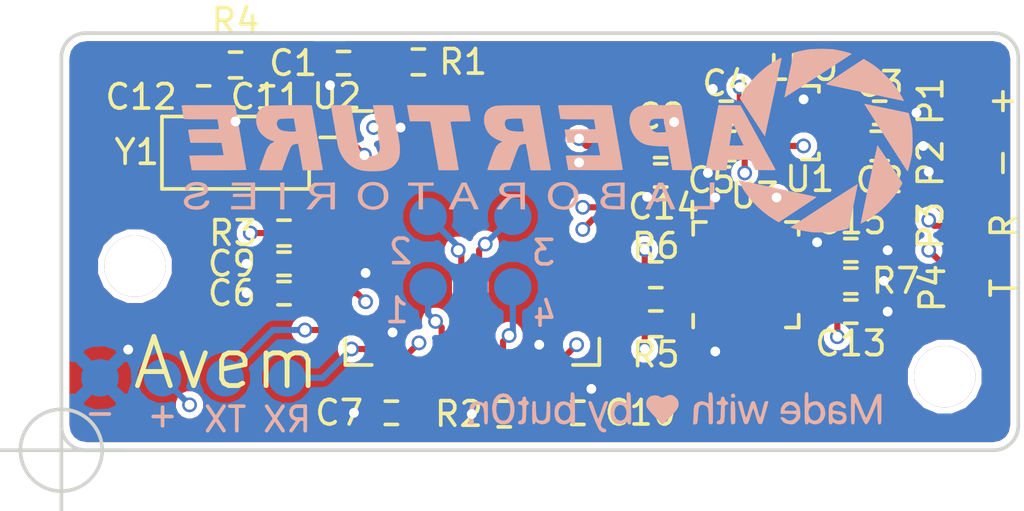
<source format=kicad_pcb>
(kicad_pcb (version 4) (host pcbnew 4.0.2-stable)
  (layers (0 F.Cu signal) (1 In1.Cu signal) (2 In2.Cu signal) (31 B.Cu signal) (34 B.Paste user) (35 F.Paste user) (36 B.SilkS user) (37 F.SilkS user) (38 B.Mask user) (39 F.Mask user) (44 Edge.Cuts user))
  (net 0 "")
  (net 1 3V3)
  (net 2 GND)
  (net 3 +3V3)
  (net 4 RESET)
  (net 5 OSCIN)
  (net 6 OSCOUT)
  (net 7 "Net-(C14-Pad1)")
  (net 8 "Net-(C15-Pad1)")
  (net 9 USART1_RX)
  (net 10 USART1_TX)
  (net 11 BLDC1)
  (net 12 BLDC2)
  (net 13 USART2_RX)
  (net 14 BLDC3)
  (net 15 USART2_TX)
  (net 16 BLDC4)
  (net 17 BOOT0)
  (net 18 BOOT1)
  (net 19 IMU_SDA)
  (net 20 IMU_SCL)
  (net 21 "Net-(R7-Pad2)")
  (module Capacitors_SMD:C_0402 (layer F.Cu) (at 166.5 90.725 180)
    (fp_text reference C1 (at 2.05 0 180) (layer F.SilkS))
    (fp_text value 104)
    (pad 1 smd rect (at -0.55 0 180) (size 0.6 0.5) (layers F.Cu F.Paste F.Mask) (net 1 3V3))
    (pad 2 smd rect (at 0.55 0 180) (size 0.6 0.5) (layers F.Cu F.Paste F.Mask) (net 2 GND))
  )
  (module Capacitors_SMD:C_0603 (layer F.Cu) (at 188.35 94.1)
    (fp_text reference C2 (at 0 1.4) (layer F.SilkS))
    (fp_text value 106)
    (pad 1 smd rect (at -0.75 0) (size 0.8 0.75) (layers F.Cu F.Paste F.Mask) (net 3 +3V3))
    (pad 2 smd rect (at 0.75 0) (size 0.8 0.75) (layers F.Cu F.Paste F.Mask) (net 2 GND))
  )
  (module Capacitors_SMD:C_0402 (layer F.Cu) (at 188.35 92.75)
    (fp_text reference C3 (at 0 -1.175) (layer F.SilkS))
    (fp_text value 104)
    (pad 1 smd rect (at -0.55 0) (size 0.6 0.5) (layers F.Cu F.Paste F.Mask) (net 3 +3V3))
    (pad 2 smd rect (at 0.55 0) (size 0.6 0.5) (layers F.Cu F.Paste F.Mask) (net 2 GND))
  )
  (module Capacitors_SMD:C_0402 (layer F.Cu) (at 182.1 92.75 180)
    (fp_text reference C4 (at 0 1.2 180) (layer F.SilkS))
    (fp_text value 104)
    (pad 1 smd rect (at -0.55 0 180) (size 0.6 0.5) (layers F.Cu F.Paste F.Mask) (net 1 3V3))
    (pad 2 smd rect (at 0.55 0 180) (size 0.6 0.5) (layers F.Cu F.Paste F.Mask) (net 2 GND))
  )
  (module Capacitors_SMD:C_0603 (layer F.Cu) (at 182.1 94.1 180)
    (fp_text reference C5 (at 0.6 -1.4 180) (layer F.SilkS))
    (fp_text value 106)
    (pad 1 smd rect (at -0.75 0 180) (size 0.8 0.75) (layers F.Cu F.Paste F.Mask) (net 1 3V3))
    (pad 2 smd rect (at 0.75 0 180) (size 0.8 0.75) (layers F.Cu F.Paste F.Mask) (net 2 GND))
  )
  (module Capacitors_SMD:C_0402 (layer F.Cu) (at 164.075 100.1 180)
    (fp_text reference C6 (at 2.125 0 180) (layer F.SilkS))
    (fp_text value 104)
    (pad 1 smd rect (at -0.55 0 180) (size 0.6 0.5) (layers F.Cu F.Paste F.Mask) (net 1 3V3))
    (pad 2 smd rect (at 0.55 0 180) (size 0.6 0.5) (layers F.Cu F.Paste F.Mask) (net 2 GND))
  )
  (module Capacitors_SMD:C_0402 (layer F.Cu) (at 168.45 104.975 180)
    (fp_text reference C7 (at 2.125 0 180) (layer F.SilkS))
    (fp_text value 104)
    (pad 1 smd rect (at -0.55 0 180) (size 0.6 0.5) (layers F.Cu F.Paste F.Mask) (net 1 3V3))
    (pad 2 smd rect (at 0.55 0 180) (size 0.6 0.5) (layers F.Cu F.Paste F.Mask) (net 2 GND))
  )
  (module Capacitors_SMD:C_0402 (layer F.Cu) (at 179.425 94.1)
    (fp_text reference C8 (at 0 -1.2) (layer F.SilkS))
    (fp_text value 104)
    (pad 1 smd rect (at -0.55 0) (size 0.6 0.5) (layers F.Cu F.Paste F.Mask) (net 1 3V3))
    (pad 2 smd rect (at 0.55 0) (size 0.6 0.5) (layers F.Cu F.Paste F.Mask) (net 2 GND))
  )
  (module Capacitors_SMD:C_0402 (layer F.Cu) (at 164.075 98.9 180)
    (fp_text reference C9 (at 2.125 0 180) (layer F.SilkS))
    (fp_text value 104)
    (pad 1 smd rect (at -0.55 0 180) (size 0.6 0.5) (layers F.Cu F.Paste F.Mask) (net 4 RESET))
    (pad 2 smd rect (at 0.55 0 180) (size 0.6 0.5) (layers F.Cu F.Paste F.Mask) (net 2 GND))
  )
  (module Capacitors_SMD:C_0402 (layer F.Cu) (at 176.05 104.975)
    (fp_text reference C10 (at 2.55 0) (layer F.SilkS))
    (fp_text value 104)
    (pad 1 smd rect (at -0.55 0) (size 0.6 0.5) (layers F.Cu F.Paste F.Mask) (net 1 3V3))
    (pad 2 smd rect (at 0.55 0) (size 0.6 0.5) (layers F.Cu F.Paste F.Mask) (net 2 GND))
  )
  (module Capacitors_SMD:C_0402 (layer F.Cu) (at 163.4 92.125 180)
    (fp_text reference C11 (at 0.05 0.025 180) (layer F.SilkS))
    (fp_text value 20pF)
    (pad 1 smd rect (at -0.55 0 180) (size 0.6 0.5) (layers F.Cu F.Paste F.Mask) (net 5 OSCIN))
    (pad 2 smd rect (at 0.55 0 180) (size 0.6 0.5) (layers F.Cu F.Paste F.Mask) (net 2 GND))
  )
  (module Capacitors_SMD:C_0402 (layer F.Cu) (at 160.8 92.125)
    (fp_text reference C12 (at -2.55 -0.025) (layer F.SilkS))
    (fp_text value 20pF)
    (pad 1 smd rect (at -0.55 0) (size 0.6 0.5) (layers F.Cu F.Paste F.Mask) (net 6 OSCOUT))
    (pad 2 smd rect (at 0.55 0) (size 0.6 0.5) (layers F.Cu F.Paste F.Mask) (net 2 GND))
  )
  (module Capacitors_SMD:C_0402 (layer F.Cu) (at 187.175 100.85 180)
    (fp_text reference C13 (at 0 -1.3 180) (layer F.SilkS))
    (fp_text value 104)
    (pad 1 smd rect (at -0.55 0 180) (size 0.6 0.5) (layers F.Cu F.Paste F.Mask) (net 2 GND))
    (pad 2 smd rect (at 0.55 0 180) (size 0.6 0.5) (layers F.Cu F.Paste F.Mask) (net 1 3V3))
  )
  (module Capacitors_SMD:C_0402 (layer F.Cu) (at 179.425 95.3 180)
    (fp_text reference C14 (at -0.125 -1.275 180) (layer F.SilkS))
    (fp_text value 2200pF)
    (pad 1 smd rect (at -0.55 0 180) (size 0.6 0.5) (layers F.Cu F.Paste F.Mask) (net 7 "Net-(C14-Pad1)"))
    (pad 2 smd rect (at 0.55 0 180) (size 0.6 0.5) (layers F.Cu F.Paste F.Mask) (net 2 GND))
  )
  (module Capacitors_SMD:C_0402 (layer F.Cu) (at 187.175 98.35)
    (fp_text reference C15 (at 0 -1.175) (layer F.SilkS))
    (fp_text value 104)
    (pad 1 smd rect (at -0.55 0) (size 0.6 0.5) (layers F.Cu F.Paste F.Mask) (net 8 "Net-(C15-Pad1)"))
    (pad 2 smd rect (at 0.55 0) (size 0.6 0.5) (layers F.Cu F.Paste F.Mask) (net 2 GND))
  )
  (module Measurement_Points:Measurement_Point_Round-SMD-Pad_Small (layer F.Cu) (at 191.9 92.275 90)
    (fp_text reference P1 (at 0 -1.475 90) (layer F.SilkS))
    (fp_text value + (at 0 1.4 90) (layer F.SilkS))
    (pad 1 smd circle (at 0 0 90) (size 1.524 1.524) (layers F.Cu F.Paste F.Mask) (net 3 +3V3))
  )
  (module Measurement_Points:Measurement_Point_Round-SMD-Pad_Small (layer F.Cu) (at 191.9 94.8 90)
    (fp_text reference P2 (at 0 -1.475 90) (layer F.SilkS))
    (fp_text value - (at 0.005 1.4 90) (layer F.SilkS))
    (pad 1 smd circle (at 0 0 90) (size 1.524 1.524) (layers F.Cu F.Paste F.Mask) (net 2 GND))
  )
  (module Measurement_Points:Measurement_Point_Round-SMD-Pad_Small (layer F.Cu) (at 191.9 97.355 90)
    (fp_text reference P3 (at 0.005 -1.475 90) (layer F.SilkS))
    (fp_text value R (at 0 1.5 90) (layer F.SilkS))
    (pad 1 smd circle (at 0 0 90) (size 1.524 1.524) (layers F.Cu F.Paste F.Mask) (net 9 USART1_RX))
  )
  (module Measurement_Points:Measurement_Point_Round-SMD-Pad_Small (layer F.Cu) (at 191.9 99.895 90)
    (fp_text reference P4 (at 0 -1.4 90) (layer F.SilkS))
    (fp_text value T (at 0 1.5 90) (layer F.SilkS))
    (pad 1 smd circle (at 0 0 90) (size 1.524 1.524) (layers F.Cu F.Paste F.Mask) (net 10 USART1_TX))
  )
  (module Measurement_Points:Measurement_Point_Round-SMD-Pad_Small (layer B.Cu) (at 169.95 99.85 90)
    (fp_text reference "" (at 0 1.675 90) (layer B.SilkS) (effects (justify mirror)))
    (fp_text value 1 (at -0.95 -1.275 180) (layer B.SilkS) (effects (justify mirror)))
    (pad 1 smd circle (at 0 0 90) (size 1.524 1.524) (layers B.Cu B.Paste B.Mask) (net 11 BLDC1))
  )
  (module Measurement_Points:Measurement_Point_Round-SMD-Pad_Small (layer B.Cu) (at 159.125 103.55)
    (fp_text reference "" (at 0 1.575) (layer B.SilkS) (effects (justify mirror)))
    (fp_text value + (at 0 1.5) (layer B.SilkS) (effects (justify mirror)))
    (pad 1 smd circle (at 0 0) (size 1.524 1.524) (layers B.Cu B.Paste B.Mask) (net 1 3V3))
  )
  (module Measurement_Points:Measurement_Point_Round-SMD-Pad_Small (layer B.Cu) (at 169.95 96.975 90)
    (fp_text reference "" (at 0 1.725 90) (layer B.SilkS) (effects (justify mirror)))
    (fp_text value 2 (at -1.425 -1.125 180) (layer B.SilkS) (effects (justify mirror)))
    (pad 1 smd circle (at 0 0 90) (size 1.524 1.524) (layers B.Cu B.Paste B.Mask) (net 12 BLDC2))
  )
  (module Measurement_Points:Measurement_Point_Round-SMD-Pad_Small (layer B.Cu) (at 156.575 103.55)
    (fp_text reference "" (at 0 1.625) (layer B.SilkS) (effects (justify mirror)))
    (fp_text value - (at 0 1.4) (layer B.SilkS) (effects (justify mirror)))
    (pad 1 smd circle (at 0 0) (size 1.524 1.524) (layers B.Cu B.Paste B.Mask) (net 2 GND))
  )
  (module Measurement_Points:Measurement_Point_Round-SMD-Pad_Small (layer B.Cu) (at 164.2 103.55)
    (fp_text reference "" (at 0 1.625) (layer B.SilkS) (effects (justify mirror)))
    (fp_text value RX (at 0 1.7) (layer B.SilkS) (effects (justify mirror)))
    (pad 1 smd circle (at 0 0) (size 1.524 1.524) (layers B.Cu B.Paste B.Mask) (net 13 USART2_RX))
  )
  (module Measurement_Points:Measurement_Point_Round-SMD-Pad_Small (layer B.Cu) (at 173.4 96.975 270)
    (fp_text reference "" (at 0 2 270) (layer B.SilkS) (effects (justify mirror)))
    (fp_text value 3 (at 1.475 -1.25 360) (layer B.SilkS) (effects (justify mirror)))
    (pad 1 smd circle (at 0 0 270) (size 1.524 1.524) (layers B.Cu B.Paste B.Mask) (net 14 BLDC3))
  )
  (module Measurement_Points:Measurement_Point_Round-SMD-Pad_Small (layer B.Cu) (at 161.675 103.55)
    (fp_text reference "" (at 0 1.675) (layer B.SilkS) (effects (justify mirror)))
    (fp_text value TX (at 0 1.7) (layer B.SilkS) (effects (justify mirror)))
    (pad 1 smd circle (at 0 0) (size 1.524 1.524) (layers B.Cu B.Paste B.Mask) (net 15 USART2_TX))
  )
  (module Measurement_Points:Measurement_Point_Round-SMD-Pad_Small (layer B.Cu) (at 173.4 99.85 270)
    (fp_text reference "" (at 0 1.825 270) (layer B.SilkS) (effects (justify mirror)))
    (fp_text value 4 (at 1.1 -1.3 360) (layer B.SilkS) (effects (justify mirror)))
    (pad 1 smd circle (at 0 0 270) (size 1.524 1.524) (layers B.Cu B.Paste B.Mask) (net 16 BLDC4))
  )
  (module Resistors_SMD:R_0402 (layer F.Cu) (at 169.55 90.675)
    (fp_text reference R1 (at 1.825 0) (layer F.SilkS))
    (fp_text value 10K)
    (pad 1 smd rect (at -0.45 0) (size 0.4 0.6) (layers F.Cu F.Paste F.Mask))
    (pad 2 smd rect (at 0.45 0) (size 0.4 0.6) (layers F.Cu F.Paste F.Mask) (net 17 BOOT0))
  )
  (module Resistors_SMD:R_0402 (layer F.Cu) (at 173.05 105.025)
    (fp_text reference R2 (at -1.85 0) (layer F.SilkS))
    (fp_text value 10K)
    (pad 1 smd rect (at -0.45 0) (size 0.4 0.6) (layers F.Cu F.Paste F.Mask) (net 2 GND))
    (pad 2 smd rect (at 0.45 0) (size 0.4 0.6) (layers F.Cu F.Paste F.Mask) (net 18 BOOT1))
  )
  (module Resistors_SMD:R_0402 (layer F.Cu) (at 164.075 97.65)
    (fp_text reference R3 (at -2.075 0) (layer F.SilkS))
    (fp_text value 10K)
    (pad 1 smd rect (at -0.45 0) (size 0.4 0.6) (layers F.Cu F.Paste F.Mask) (net 1 3V3))
    (pad 2 smd rect (at 0.45 0) (size 0.4 0.6) (layers F.Cu F.Paste F.Mask) (net 4 RESET))
  )
  (module Resistors_SMD:R_0402 (layer F.Cu) (at 162.1 90.8)
    (fp_text reference R4 (at 0 -1.8) (layer F.SilkS))
    (fp_text value 1M)
    (pad 1 smd rect (at -0.45 0) (size 0.4 0.6) (layers F.Cu F.Paste F.Mask) (net 6 OSCOUT))
    (pad 2 smd rect (at 0.45 0) (size 0.4 0.6) (layers F.Cu F.Paste F.Mask) (net 5 OSCIN))
  )
  (module Resistors_SMD:R_0402 (layer F.Cu) (at 179.225 101.35)
    (fp_text reference R5 (at 0 1.25) (layer F.SilkS))
    (fp_text value 4.7K)
    (pad 1 smd rect (at -0.45 0) (size 0.4 0.6) (layers F.Cu F.Paste F.Mask) (net 1 3V3))
    (pad 2 smd rect (at 0.45 0) (size 0.4 0.6) (layers F.Cu F.Paste F.Mask) (net 19 IMU_SDA))
  )
  (module Resistors_SMD:R_0402 (layer F.Cu) (at 179.225 99.35)
    (fp_text reference R6 (at 0 -1.175) (layer F.SilkS))
    (fp_text value 4.7K)
    (pad 1 smd rect (at -0.45 0) (size 0.4 0.6) (layers F.Cu F.Paste F.Mask) (net 1 3V3))
    (pad 2 smd rect (at 0.45 0) (size 0.4 0.6) (layers F.Cu F.Paste F.Mask) (net 20 IMU_SCL))
  )
  (module Resistors_SMD:R_0402 (layer F.Cu) (at 187.175 99.6 180)
    (fp_text reference R7 (at -1.825 0 180) (layer F.SilkS))
    (fp_text value 4.7K)
    (pad 1 smd rect (at -0.45 0 180) (size 0.4 0.6) (layers F.Cu F.Paste F.Mask) (net 2 GND))
    (pad 2 smd rect (at 0.45 0 180) (size 0.4 0.6) (layers F.Cu F.Paste F.Mask) (net 21 "Net-(R7-Pad2)"))
  )
  (module TO_SOT_Packages_SMD:SOT-23 (layer F.Cu) (at 185.225 93.15 270)
    (fp_text reference U1 (at 2.3 -0.275 360) (layer F.SilkS))
    (fp_text value LDO (at -2.225 0 360) (layer F.SilkS))
    (pad 1 smd rect (at -0.95 1.00076 270) (size 0.8001 0.8001) (layers F.Cu F.Paste F.Mask) (net 2 GND))
    (pad 2 smd rect (at 0.95 1.00076 270) (size 0.8001 0.8001) (layers F.Cu F.Paste F.Mask) (net 1 3V3))
    (pad 3 smd rect (at 0 -0.99822 270) (size 0.8001 0.8001) (layers F.Cu F.Paste F.Mask) (net 3 +3V3))
  )
  (module Housings_QFP:LQFP-64_10x10mm_Pitch0.5mm (layer F.Cu) (at 171.75 97.85)
    (fp_text reference U2 (at -5.525 -5.775) (layer F.SilkS))
    (fp_text value STM32F103RCT6)
    (pad 1 smd rect (at -5.7 -3.75) (size 1 0.25) (layers F.Cu F.Paste F.Mask) (net 1 3V3))
    (pad 2 smd rect (at -5.7 -3.25) (size 1 0.25) (layers F.Cu F.Paste F.Mask))
    (pad 3 smd rect (at -5.7 -2.75) (size 1 0.25) (layers F.Cu F.Paste F.Mask))
    (pad 4 smd rect (at -5.7 -2.25) (size 1 0.25) (layers F.Cu F.Paste F.Mask))
    (pad 5 smd rect (at -5.7 -1.75) (size 1 0.25) (layers F.Cu F.Paste F.Mask) (net 5 OSCIN))
    (pad 6 smd rect (at -5.7 -1.25) (size 1 0.25) (layers F.Cu F.Paste F.Mask) (net 6 OSCOUT))
    (pad 7 smd rect (at -5.7 -0.75) (size 1 0.25) (layers F.Cu F.Paste F.Mask) (net 4 RESET))
    (pad 8 smd rect (at -5.7 -0.25) (size 1 0.25) (layers F.Cu F.Paste F.Mask))
    (pad 9 smd rect (at -5.7 0.25) (size 1 0.25) (layers F.Cu F.Paste F.Mask))
    (pad 10 smd rect (at -5.7 0.75) (size 1 0.25) (layers F.Cu F.Paste F.Mask))
    (pad 11 smd rect (at -5.7 1.25) (size 1 0.25) (layers F.Cu F.Paste F.Mask))
    (pad 12 smd rect (at -5.7 1.75) (size 1 0.25) (layers F.Cu F.Paste F.Mask) (net 2 GND))
    (pad 13 smd rect (at -5.7 2.25) (size 1 0.25) (layers F.Cu F.Paste F.Mask) (net 1 3V3))
    (pad 14 smd rect (at -5.7 2.75) (size 1 0.25) (layers F.Cu F.Paste F.Mask))
    (pad 15 smd rect (at -5.7 3.25) (size 1 0.25) (layers F.Cu F.Paste F.Mask))
    (pad 16 smd rect (at -5.7 3.75) (size 1 0.25) (layers F.Cu F.Paste F.Mask) (net 15 USART2_TX))
    (pad 17 smd rect (at -3.75 5.7 90) (size 1 0.25) (layers F.Cu F.Paste F.Mask) (net 13 USART2_RX))
    (pad 18 smd rect (at -3.25 5.7 90) (size 1 0.25) (layers F.Cu F.Paste F.Mask) (net 2 GND))
    (pad 19 smd rect (at -2.75 5.7 90) (size 1 0.25) (layers F.Cu F.Paste F.Mask) (net 1 3V3))
    (pad 20 smd rect (at -2.25 5.7 90) (size 1 0.25) (layers F.Cu F.Paste F.Mask))
    (pad 21 smd rect (at -1.75 5.7 90) (size 1 0.25) (layers F.Cu F.Paste F.Mask))
    (pad 22 smd rect (at -1.25 5.7 90) (size 1 0.25) (layers F.Cu F.Paste F.Mask) (net 11 BLDC1))
    (pad 23 smd rect (at -0.75 5.7 90) (size 1 0.25) (layers F.Cu F.Paste F.Mask) (net 12 BLDC2))
    (pad 24 smd rect (at -0.25 5.7 90) (size 1 0.25) (layers F.Cu F.Paste F.Mask))
    (pad 25 smd rect (at 0.25 5.7 90) (size 1 0.25) (layers F.Cu F.Paste F.Mask))
    (pad 26 smd rect (at 0.75 5.7 90) (size 1 0.25) (layers F.Cu F.Paste F.Mask) (net 14 BLDC3))
    (pad 27 smd rect (at 1.25 5.7 90) (size 1 0.25) (layers F.Cu F.Paste F.Mask) (net 16 BLDC4))
    (pad 28 smd rect (at 1.75 5.7 90) (size 1 0.25) (layers F.Cu F.Paste F.Mask) (net 18 BOOT1))
    (pad 29 smd rect (at 2.25 5.7 90) (size 1 0.25) (layers F.Cu F.Paste F.Mask))
    (pad 30 smd rect (at 2.75 5.7 90) (size 1 0.25) (layers F.Cu F.Paste F.Mask))
    (pad 31 smd rect (at 3.25 5.7 90) (size 1 0.25) (layers F.Cu F.Paste F.Mask) (net 2 GND))
    (pad 32 smd rect (at 3.75 5.7 90) (size 1 0.25) (layers F.Cu F.Paste F.Mask) (net 1 3V3))
    (pad 33 smd rect (at 5.7 3.75) (size 1 0.25) (layers F.Cu F.Paste F.Mask))
    (pad 34 smd rect (at 5.7 3.25) (size 1 0.25) (layers F.Cu F.Paste F.Mask))
    (pad 35 smd rect (at 5.7 2.75) (size 1 0.25) (layers F.Cu F.Paste F.Mask) (net 19 IMU_SDA))
    (pad 36 smd rect (at 5.7 2.25) (size 1 0.25) (layers F.Cu F.Paste F.Mask) (net 20 IMU_SCL))
    (pad 37 smd rect (at 5.7 1.75) (size 1 0.25) (layers F.Cu F.Paste F.Mask))
    (pad 38 smd rect (at 5.7 1.25) (size 1 0.25) (layers F.Cu F.Paste F.Mask))
    (pad 39 smd rect (at 5.7 0.75) (size 1 0.25) (layers F.Cu F.Paste F.Mask))
    (pad 40 smd rect (at 5.7 0.25) (size 1 0.25) (layers F.Cu F.Paste F.Mask))
    (pad 41 smd rect (at 5.7 -0.25) (size 1 0.25) (layers F.Cu F.Paste F.Mask))
    (pad 42 smd rect (at 5.7 -0.75) (size 1 0.25) (layers F.Cu F.Paste F.Mask) (net 10 USART1_TX))
    (pad 43 smd rect (at 5.7 -1.25) (size 1 0.25) (layers F.Cu F.Paste F.Mask) (net 9 USART1_RX))
    (pad 44 smd rect (at 5.7 -1.75) (size 1 0.25) (layers F.Cu F.Paste F.Mask))
    (pad 45 smd rect (at 5.7 -2.25) (size 1 0.25) (layers F.Cu F.Paste F.Mask))
    (pad 46 smd rect (at 5.7 -2.75) (size 1 0.25) (layers F.Cu F.Paste F.Mask))
    (pad 47 smd rect (at 5.7 -3.25) (size 1 0.25) (layers F.Cu F.Paste F.Mask) (net 2 GND))
    (pad 48 smd rect (at 5.7 -3.75) (size 1 0.25) (layers F.Cu F.Paste F.Mask) (net 1 3V3))
    (pad 49 smd rect (at 3.75 -5.7 90) (size 1 0.25) (layers F.Cu F.Paste F.Mask))
    (pad 50 smd rect (at 3.25 -5.7 90) (size 1 0.25) (layers F.Cu F.Paste F.Mask))
    (pad 51 smd rect (at 2.75 -5.7 90) (size 1 0.25) (layers F.Cu F.Paste F.Mask))
    (pad 52 smd rect (at 2.25 -5.7 90) (size 1 0.25) (layers F.Cu F.Paste F.Mask))
    (pad 53 smd rect (at 1.75 -5.7 90) (size 1 0.25) (layers F.Cu F.Paste F.Mask))
    (pad 54 smd rect (at 1.25 -5.7 90) (size 1 0.25) (layers F.Cu F.Paste F.Mask))
    (pad 55 smd rect (at 0.75 -5.7 90) (size 1 0.25) (layers F.Cu F.Paste F.Mask))
    (pad 56 smd rect (at 0.25 -5.7 90) (size 1 0.25) (layers F.Cu F.Paste F.Mask))
    (pad 57 smd rect (at -0.25 -5.7 90) (size 1 0.25) (layers F.Cu F.Paste F.Mask))
    (pad 58 smd rect (at -0.75 -5.7 90) (size 1 0.25) (layers F.Cu F.Paste F.Mask))
    (pad 59 smd rect (at -1.25 -5.7 90) (size 1 0.25) (layers F.Cu F.Paste F.Mask))
    (pad 60 smd rect (at -1.75 -5.7 90) (size 1 0.25) (layers F.Cu F.Paste F.Mask) (net 17 BOOT0))
    (pad 61 smd rect (at -2.25 -5.7 90) (size 1 0.25) (layers F.Cu F.Paste F.Mask))
    (pad 62 smd rect (at -2.75 -5.7 90) (size 1 0.25) (layers F.Cu F.Paste F.Mask))
    (pad 63 smd rect (at -3.25 -5.7 90) (size 1 0.25) (layers F.Cu F.Paste F.Mask) (net 2 GND))
    (pad 64 smd rect (at -3.75 -5.7 90) (size 1 0.25) (layers F.Cu F.Paste F.Mask) (net 1 3V3))
  )
  (module Housings_DFN_QFN:QFN-24-1EP_4x4mm_Pitch0.5mm (layer F.Cu) (at 182.9 99.35 90)
    (fp_text reference U3 (at 3.225 0.375 180) (layer F.SilkS))
    (fp_text value MPU6050)
    (pad 1 smd rect (at -1.95 -1.25 90) (size 0.85 0.3) (layers F.Cu F.Paste F.Mask) (net 2 GND))
    (pad 2 smd rect (at -1.95 -0.75 90) (size 0.85 0.3) (layers F.Cu F.Paste F.Mask))
    (pad 3 smd rect (at -1.95 -0.25 90) (size 0.85 0.3) (layers F.Cu F.Paste F.Mask))
    (pad 4 smd rect (at -1.95 0.25 90) (size 0.85 0.3) (layers F.Cu F.Paste F.Mask))
    (pad 5 smd rect (at -1.95 0.75 90) (size 0.85 0.3) (layers F.Cu F.Paste F.Mask))
    (pad 6 smd rect (at -1.95 1.25 90) (size 0.85 0.3) (layers F.Cu F.Paste F.Mask))
    (pad 7 smd rect (at -1.25 1.95 180) (size 0.85 0.3) (layers F.Cu F.Paste F.Mask))
    (pad 8 smd rect (at -0.75 1.95 180) (size 0.85 0.3) (layers F.Cu F.Paste F.Mask) (net 1 3V3))
    (pad 9 smd rect (at -0.25 1.95 180) (size 0.85 0.3) (layers F.Cu F.Paste F.Mask) (net 21 "Net-(R7-Pad2)"))
    (pad 10 smd rect (at 0.25 1.95 180) (size 0.85 0.3) (layers F.Cu F.Paste F.Mask) (net 8 "Net-(C15-Pad1)"))
    (pad 11 smd rect (at 0.75 1.95 180) (size 0.85 0.3) (layers F.Cu F.Paste F.Mask) (net 2 GND))
    (pad 12 smd rect (at 1.25 1.95 180) (size 0.85 0.3) (layers F.Cu F.Paste F.Mask))
    (pad 13 smd rect (at 1.95 1.25 90) (size 0.85 0.3) (layers F.Cu F.Paste F.Mask) (net 1 3V3))
    (pad 14 smd rect (at 1.95 0.75 90) (size 0.85 0.3) (layers F.Cu F.Paste F.Mask))
    (pad 15 smd rect (at 1.95 0.25 90) (size 0.85 0.3) (layers F.Cu F.Paste F.Mask))
    (pad 16 smd rect (at 1.95 -0.25 90) (size 0.85 0.3) (layers F.Cu F.Paste F.Mask))
    (pad 17 smd rect (at 1.95 -0.75 90) (size 0.85 0.3) (layers F.Cu F.Paste F.Mask))
    (pad 18 smd rect (at 1.95 -1.25 90) (size 0.85 0.3) (layers F.Cu F.Paste F.Mask) (net 2 GND))
    (pad 19 smd rect (at 1.25 -1.95 180) (size 0.85 0.3) (layers F.Cu F.Paste F.Mask))
    (pad 20 smd rect (at 0.75 -1.95 180) (size 0.85 0.3) (layers F.Cu F.Paste F.Mask) (net 7 "Net-(C14-Pad1)"))
    (pad 21 smd rect (at 0.25 -1.95 180) (size 0.85 0.3) (layers F.Cu F.Paste F.Mask))
    (pad 22 smd rect (at -0.25 -1.95 180) (size 0.85 0.3) (layers F.Cu F.Paste F.Mask))
    (pad 23 smd rect (at -0.75 -1.95 180) (size 0.85 0.3) (layers F.Cu F.Paste F.Mask) (net 20 IMU_SCL))
    (pad 24 smd rect (at -1.25 -1.95 180) (size 0.85 0.3) (layers F.Cu F.Paste F.Mask) (net 19 IMU_SDA))
    (pad 25 smd rect (at 0.65 0.65 90) (size 1.3 1.3) (layers F.Cu F.Paste F.Mask))
    (pad 25 smd rect (at 0.65 -0.65 90) (size 1.3 1.3) (layers F.Cu F.Paste F.Mask))
    (pad 25 smd rect (at -0.65 0.65 90) (size 1.3 1.3) (layers F.Cu F.Paste F.Mask))
    (pad 25 smd rect (at -0.65 -0.65 90) (size 1.3 1.3) (layers F.Cu F.Paste F.Mask))
  )
  (module Crystals:SMD-5032 (layer F.Cu) (at 162.1 94.35 180)
    (fp_text reference Y1 (at 4.025 0 180) (layer F.SilkS))
    (fp_text value 8MHz)
    (pad 1 smd rect (at -1.85 0 270) (size 2.4 1.7) (layers F.Cu F.Paste F.Mask) (net 5 OSCIN))
    (pad 2 smd rect (at 1.85 0 270) (size 2.4 1.7) (layers F.Cu F.Paste F.Mask) (net 6 OSCOUT))
  )
  (module Mounting_Holes:MountingHole_2-5mm (layer F.Cu) (at 191 103.5)
    (fp_text reference "")
    (fp_text value MountingHole_2-5mm)
    (pad 1 thru_hole circle (at 0 0) (size 2.5 2.5) (drill 2.5) (layers))
  )
  (module Mounting_Holes:MountingHole_2-5mm (layer F.Cu) (at 158 99)
    (fp_text reference "")
    (fp_text value MountingHole_2-5mm)
    (pad 1 thru_hole circle (at 0 0) (size 2.5 2.5) (drill 2.5) (layers))
  )
  (module Symbols:Aperture30mm (layer B.Cu) (at 174.8 93.875 180)
    (fp_text reference "" hide)
    (fp_text value "" hide)
  )
  (module Symbols:label (layer B.Cu) (at 180 104.9 180)
    (fp_text reference "" hide)
    (fp_text value "" hide)
  )
  (target plus (at 155 106.5) (size 5) (width 0.15) (layer Edge.Cuts))
  (gr_text Avem (at 161.725 102.95) (layer F.SilkS) (effects (font (size 2 2) (thickness 0.2))))
  (gr_line (start 155 105.5) (end 155 90.5) (layer Edge.Cuts) (width 0.15))
  (gr_line (start 193 106.5) (end 156 106.5) (layer Edge.Cuts) (width 0.15))
  (gr_line (start 194 90.5) (end 194 105.5) (layer Edge.Cuts) (width 0.15))
  (gr_line (start 156 89.5) (end 193 89.5) (layer Edge.Cuts) (width 0.15))
  (gr_arc (start 156 105.5) (end 156 106.5) (angle 90) (layer Edge.Cuts) (width 0.15))
  (gr_arc (start 156 90.5) (end 155 90.5) (angle 90) (layer Edge.Cuts) (width 0.15))
  (gr_arc (start 193 90.5) (end 193 89.5) (angle 90) (layer Edge.Cuts) (width 0.15))
  (gr_arc (start 193 105.5) (end 194 105.5) (angle 90) (layer Edge.Cuts) (width 0.15))
  (segment (start 169.275001 102.424999) (end 169.575 102.125) (width 0.25) (layer F.Cu) (net 1))
  (segment (start 169 102.7) (end 169.275001 102.424999) (width 0.25) (layer F.Cu) (net 1))
  (segment (start 169 103.55) (end 169 102.7) (width 0.25) (layer F.Cu) (net 1))
  (via (at 169.575 102.125) (size 0.6) (drill 0.4) (layers F.Cu B.Cu) (net 1))
  (segment (start 177.45 94.1) (end 176.4 94.1) (width 0.25) (layer F.Cu) (net 1))
  (segment (start 176.4 94.1) (end 176.1 93.8) (width 0.25) (layer F.Cu) (net 1))
  (via (at 176.1 93.8) (size 0.6) (drill 0.4) (layers F.Cu B.Cu) (net 1))
  (segment (start 182.85 94.1) (end 182.85 95.2) (width 0.25) (layer F.Cu) (net 1))
  (via (at 182.85 95.2) (size 0.6) (drill 0.4) (layers F.Cu B.Cu) (net 1))
  (segment (start 182.65 92.75) (end 182.65 93.9) (width 0.25) (layer F.Cu) (net 1))
  (segment (start 182.65 93.9) (end 182.85 94.1) (width 0.25) (layer F.Cu) (net 1))
  (segment (start 184.22424 94.1) (end 182.85 94.1) (width 0.25) (layer F.Cu) (net 1))
  (segment (start 182.65 92.75) (end 182.65 91.7) (width 0.25) (layer F.Cu) (net 1))
  (via (at 182.65 91.7) (size 0.6) (drill 0.4) (layers F.Cu B.Cu) (net 1))
  (segment (start 186.625 100.85) (end 186.625 101.875) (width 0.25) (layer F.Cu) (net 1))
  (via (at 186.625 101.875) (size 0.6) (drill 0.4) (layers F.Cu B.Cu) (net 1))
  (segment (start 184.15 97.4) (end 184.15 96.2) (width 0.25) (layer F.Cu) (net 1))
  (via (at 184.15 96.2) (size 0.6) (drill 0.4) (layers F.Cu B.Cu) (net 1))
  (segment (start 184.22424 94.1) (end 185.25 94.1) (width 0.25) (layer F.Cu) (net 1))
  (via (at 185.25 94.1) (size 0.6) (drill 0.4) (layers F.Cu B.Cu) (net 1))
  (segment (start 175.700001 102.499999) (end 176 102.2) (width 0.25) (layer F.Cu) (net 1))
  (segment (start 175.5 102.7) (end 175.700001 102.499999) (width 0.25) (layer F.Cu) (net 1))
  (segment (start 175.5 103.55) (end 175.5 102.7) (width 0.25) (layer F.Cu) (net 1))
  (via (at 176 102.2) (size 0.6) (drill 0.4) (layers F.Cu B.Cu) (net 1))
  (segment (start 159.125 103.55) (end 160.225 104.65) (width 0.25) (layer B.Cu) (net 1))
  (via (at 160.225 104.65) (size 0.6) (drill 0.4) (layers F.Cu B.Cu) (net 1))
  (segment (start 178.775 99.35) (end 178.775 98.32501) (width 0.25) (layer F.Cu) (net 1))
  (via (at 178.775 98.32501) (size 0.6) (drill 0.4) (layers F.Cu B.Cu) (net 1))
  (segment (start 167.100001 100.150001) (end 167.4 100.45) (width 0.25) (layer F.Cu) (net 1))
  (segment (start 167.05 100.1) (end 167.100001 100.150001) (width 0.25) (layer F.Cu) (net 1))
  (segment (start 166.05 100.1) (end 167.05 100.1) (width 0.25) (layer F.Cu) (net 1))
  (via (at 167.4 100.45) (size 0.6) (drill 0.4) (layers F.Cu B.Cu) (net 1))
  (segment (start 178.775 101.35) (end 178.775 102.375) (width 0.25) (layer F.Cu) (net 1))
  (via (at 178.775 102.375) (size 0.6) (drill 0.4) (layers F.Cu B.Cu) (net 1))
  (segment (start 168 93.074998) (end 167.725 93.349998) (width 0.25) (layer F.Cu) (net 1))
  (segment (start 168 92.15) (end 168 93.074998) (width 0.25) (layer F.Cu) (net 1))
  (via (at 167.725 93.349998) (size 0.6) (drill 0.4) (layers F.Cu B.Cu) (net 1))
  (segment (start 167.050005 94.175001) (end 167.350004 94.475) (width 0.25) (layer F.Cu) (net 1))
  (segment (start 166.05 94.1) (end 166.975004 94.1) (width 0.25) (layer F.Cu) (net 1))
  (segment (start 166.975004 94.1) (end 167.050005 94.175001) (width 0.25) (layer F.Cu) (net 1))
  (via (at 167.350004 94.475) (size 0.6) (drill 0.4) (layers F.Cu B.Cu) (net 1))
  (segment (start 163.625 97.65) (end 162.7 97.65) (width 0.25) (layer F.Cu) (net 1))
  (via (at 162.7 97.65) (size 0.6) (drill 0.4) (layers F.Cu B.Cu) (net 1))
  (segment (start 184.85 100.1) (end 185.875 100.1) (width 0.25) (layer F.Cu) (net 1))
  (segment (start 185.875 100.1) (end 186.625 100.85) (width 0.25) (layer F.Cu) (net 1))
  (segment (start 177.45 94.1) (end 178.875 94.1) (width 0.25) (layer F.Cu) (net 1))
  (segment (start 175.5 103.55) (end 175.5 104.975) (width 0.25) (layer F.Cu) (net 1))
  (segment (start 169 103.55) (end 169 104.975) (width 0.25) (layer F.Cu) (net 1))
  (segment (start 166.05 100.1) (end 164.625 100.1) (width 0.25) (layer F.Cu) (net 1))
  (segment (start 168 92.15) (end 168 91.675) (width 0.25) (layer F.Cu) (net 1))
  (segment (start 168 91.675) (end 167.05 90.725) (width 0.25) (layer F.Cu) (net 1))
  (segment (start 168.5 103.55) (end 168.5 101.7) (width 0.25) (layer F.Cu) (net 2))
  (via (at 168.5 101.7) (size 0.6) (drill 0.4) (layers F.Cu B.Cu) (net 2))
  (segment (start 176.100002 94.774998) (end 176.1 94.774998) (width 0.25) (layer F.Cu) (net 2))
  (segment (start 176.275 94.6) (end 176.100002 94.774998) (width 0.25) (layer F.Cu) (net 2))
  (via (at 176.1 94.774998) (size 0.6) (drill 0.4) (layers F.Cu B.Cu) (net 2))
  (segment (start 177.45 94.6) (end 176.275 94.6) (width 0.25) (layer F.Cu) (net 2))
  (segment (start 185.8 98.325) (end 185.8 98.02501) (width 0.25) (layer F.Cu) (net 2))
  (segment (start 185.525 98.6) (end 185.8 98.325) (width 0.25) (layer F.Cu) (net 2))
  (segment (start 184.85 98.6) (end 185.525 98.6) (width 0.25) (layer F.Cu) (net 2))
  (via (at 185.8 98.02501) (size 0.6) (drill 0.4) (layers F.Cu B.Cu) (net 2))
  (segment (start 181.65 97.4) (end 181.65 96.2) (width 0.25) (layer F.Cu) (net 2))
  (via (at 181.65 96.2) (size 0.6) (drill 0.4) (layers F.Cu B.Cu) (net 2))
  (segment (start 181.65 102.474998) (end 181.650002 102.475) (width 0.25) (layer F.Cu) (net 2))
  (segment (start 181.65 102.375) (end 181.65 102.474998) (width 0.25) (layer F.Cu) (net 2))
  (via (at 181.650002 102.475) (size 0.6) (drill 0.4) (layers F.Cu B.Cu) (net 2))
  (segment (start 181.65 101.3) (end 181.65 102.375) (width 0.25) (layer F.Cu) (net 2))
  (segment (start 174.774999 102.499999) (end 174.475 102.2) (width 0.25) (layer F.Cu) (net 2))
  (segment (start 175 102.725) (end 174.774999 102.499999) (width 0.25) (layer F.Cu) (net 2))
  (segment (start 175 103.55) (end 175 102.725) (width 0.25) (layer F.Cu) (net 2))
  (via (at 174.475 102.2) (size 0.6) (drill 0.4) (layers F.Cu B.Cu) (net 2))
  (segment (start 178.875 96.17499) (end 178.87499 96.175) (width 0.25) (layer F.Cu) (net 2))
  (segment (start 178.875 95.3) (end 178.875 96.17499) (width 0.25) (layer F.Cu) (net 2))
  (via (at 178.87499 96.175) (size 0.6) (drill 0.4) (layers F.Cu B.Cu) (net 2))
  (segment (start 156.575 103.55) (end 157.725 102.4) (width 0.25) (layer B.Cu) (net 2))
  (via (at 157.725 102.4) (size 0.6) (drill 0.4) (layers F.Cu B.Cu) (net 2))
  (segment (start 187.725 100.85) (end 188.675 100.85) (width 0.25) (layer F.Cu) (net 2))
  (via (at 188.675 100.85) (size 0.6) (drill 0.4) (layers F.Cu B.Cu) (net 2))
  (segment (start 187.725 98.35) (end 188.675 98.35) (width 0.25) (layer F.Cu) (net 2))
  (via (at 188.675 98.35) (size 0.6) (drill 0.4) (layers F.Cu B.Cu) (net 2))
  (segment (start 187.625 99.6) (end 188.525 99.6) (width 0.25) (layer F.Cu) (net 2))
  (via (at 188.525 99.6) (size 0.6) (drill 0.4) (layers F.Cu B.Cu) (net 2))
  (segment (start 191.9 94.8) (end 190.7 94.8) (width 0.25) (layer F.Cu) (net 2))
  (segment (start 190.7 94.8) (end 190.35 95.15) (width 0.25) (layer F.Cu) (net 2))
  (via (at 190.35 95.15) (size 0.6) (drill 0.4) (layers F.Cu B.Cu) (net 2))
  (segment (start 162.1 92.125) (end 162.85 92.125) (width 0.25) (layer F.Cu) (net 2))
  (segment (start 161.35 92.125) (end 162.1 92.125) (width 0.25) (layer F.Cu) (net 2))
  (segment (start 162.1 92.125) (end 162.1 93.1) (width 0.25) (layer F.Cu) (net 2))
  (via (at 162.1 93.1) (size 0.6) (drill 0.4) (layers F.Cu B.Cu) (net 2))
  (segment (start 167.100001 99.574999) (end 167.4 99.275) (width 0.25) (layer F.Cu) (net 2))
  (segment (start 167.075 99.6) (end 167.100001 99.574999) (width 0.25) (layer F.Cu) (net 2))
  (segment (start 166.05 99.6) (end 167.075 99.6) (width 0.25) (layer F.Cu) (net 2))
  (via (at 167.4 99.275) (size 0.6) (drill 0.4) (layers F.Cu B.Cu) (net 2))
  (segment (start 167.9 104.975) (end 166.925 104.975) (width 0.25) (layer F.Cu) (net 2))
  (via (at 166.925 104.975) (size 0.6) (drill 0.4) (layers F.Cu B.Cu) (net 2))
  (segment (start 172.6 105.025) (end 171.725 105.025) (width 0.25) (layer F.Cu) (net 2))
  (via (at 171.725 105.025) (size 0.6) (drill 0.4) (layers F.Cu B.Cu) (net 2))
  (segment (start 176.6 104.975) (end 176.6 104) (width 0.25) (layer F.Cu) (net 2))
  (via (at 176.6 104) (size 0.6) (drill 0.4) (layers F.Cu B.Cu) (net 2))
  (segment (start 184.22424 92.2) (end 185.25 92.2) (width 0.25) (layer F.Cu) (net 2))
  (via (at 185.25 92.2) (size 0.6) (drill 0.4) (layers F.Cu B.Cu) (net 2))
  (segment (start 189.1 94.1) (end 190.125 94.1) (width 0.25) (layer F.Cu) (net 2))
  (via (at 190.125 94.1) (size 0.6) (drill 0.4) (layers F.Cu B.Cu) (net 2))
  (segment (start 188.9 92.75) (end 189.85 92.75) (width 0.25) (layer F.Cu) (net 2))
  (via (at 189.85 92.75) (size 0.6) (drill 0.4) (layers F.Cu B.Cu) (net 2))
  (segment (start 181.55 92.75) (end 181.55 91.775) (width 0.25) (layer F.Cu) (net 2))
  (via (at 181.55 91.775) (size 0.6) (drill 0.4) (layers F.Cu B.Cu) (net 2))
  (segment (start 181.35 94.1) (end 181.35 95.2) (width 0.25) (layer F.Cu) (net 2))
  (via (at 181.35 95.2) (size 0.6) (drill 0.4) (layers F.Cu B.Cu) (net 2))
  (segment (start 179.975 94.1) (end 179.975 93.125) (width 0.25) (layer F.Cu) (net 2))
  (via (at 179.975 93.125) (size 0.6) (drill 0.4) (layers F.Cu B.Cu) (net 2))
  (segment (start 168.525005 93.050001) (end 168.825004 93.35) (width 0.25) (layer F.Cu) (net 2))
  (segment (start 168.5 93.024996) (end 168.525005 93.050001) (width 0.25) (layer F.Cu) (net 2))
  (segment (start 168.5 92.15) (end 168.5 93.024996) (width 0.25) (layer F.Cu) (net 2))
  (via (at 168.825004 93.35) (size 0.6) (drill 0.4) (layers F.Cu B.Cu) (net 2))
  (segment (start 165.95 90.725) (end 165.95 91.625) (width 0.25) (layer F.Cu) (net 2))
  (via (at 165.95 91.625) (size 0.6) (drill 0.4) (layers F.Cu B.Cu) (net 2))
  (segment (start 163.525 100.1) (end 162.55 100.1) (width 0.25) (layer F.Cu) (net 2))
  (via (at 162.55 100.1) (size 0.6) (drill 0.4) (layers F.Cu B.Cu) (net 2))
  (segment (start 163.525 98.9) (end 162.55 98.9) (width 0.25) (layer F.Cu) (net 2))
  (via (at 162.55 98.9) (size 0.6) (drill 0.4) (layers F.Cu B.Cu) (net 2))
  (segment (start 186.22322 93.15) (end 187.3 93.15) (width 0.5) (layer F.Cu) (net 3))
  (segment (start 187.3 93.15) (end 187.6 93.45) (width 0.5) (layer F.Cu) (net 3))
  (segment (start 187.6 93.45) (end 187.6 94.1) (width 0.5) (layer F.Cu) (net 3))
  (segment (start 186.22322 93.15) (end 187.4 93.15) (width 0.5) (layer F.Cu) (net 3))
  (segment (start 187.4 93.15) (end 187.8 92.75) (width 0.5) (layer F.Cu) (net 3))
  (segment (start 191.9 92.275) (end 191.138001 91.513001) (width 0.5) (layer F.Cu) (net 3))
  (segment (start 191.138001 91.513001) (end 188.286999 91.513001) (width 0.5) (layer F.Cu) (net 3))
  (segment (start 188.286999 91.513001) (end 187.8 92) (width 0.5) (layer F.Cu) (net 3))
  (segment (start 187.8 92) (end 187.8 92.75) (width 0.5) (layer F.Cu) (net 3))
  (segment (start 164.525 97.65) (end 164.525 98.8) (width 0.25) (layer F.Cu) (net 4))
  (segment (start 164.525 98.8) (end 164.625 98.9) (width 0.25) (layer F.Cu) (net 4))
  (segment (start 166.05 97.1) (end 165.075 97.1) (width 0.25) (layer F.Cu) (net 4))
  (segment (start 165.075 97.1) (end 164.525 97.65) (width 0.25) (layer F.Cu) (net 4))
  (segment (start 162.55 90.8) (end 163.25 90.8) (width 0.25) (layer F.Cu) (net 5))
  (segment (start 163.25 90.8) (end 163.95 91.5) (width 0.25) (layer F.Cu) (net 5))
  (segment (start 163.95 91.5) (end 163.95 92.125) (width 0.25) (layer F.Cu) (net 5))
  (segment (start 163.95 92.125) (end 163.95 94.35) (width 0.25) (layer F.Cu) (net 5))
  (segment (start 166.05 96.1) (end 165.3 96.1) (width 0.25) (layer F.Cu) (net 5))
  (segment (start 165.3 96.1) (end 163.95 94.75) (width 0.25) (layer F.Cu) (net 5))
  (segment (start 163.95 94.75) (end 163.95 94.35) (width 0.25) (layer F.Cu) (net 5))
  (segment (start 160.25 92.125) (end 160.25 91.475) (width 0.25) (layer F.Cu) (net 6))
  (segment (start 160.25 91.475) (end 160.925 90.8) (width 0.25) (layer F.Cu) (net 6))
  (segment (start 160.925 90.8) (end 161.65 90.8) (width 0.25) (layer F.Cu) (net 6))
  (segment (start 160.25 92.125) (end 160.25 94.35) (width 0.25) (layer F.Cu) (net 6))
  (segment (start 166.05 96.6) (end 162.15 96.6) (width 0.25) (layer F.Cu) (net 6))
  (segment (start 162.15 96.6) (end 160.25 94.7) (width 0.25) (layer F.Cu) (net 6))
  (segment (start 160.25 94.7) (end 160.25 94.35) (width 0.25) (layer F.Cu) (net 6))
  (segment (start 180.95 98.6) (end 180.275 98.6) (width 0.25) (layer F.Cu) (net 7))
  (segment (start 180.275 98.6) (end 179.975 98.3) (width 0.25) (layer F.Cu) (net 7))
  (segment (start 179.975 98.3) (end 179.975 95.8) (width 0.25) (layer F.Cu) (net 7))
  (segment (start 179.975 95.8) (end 179.975 95.3) (width 0.25) (layer F.Cu) (net 7))
  (segment (start 184.85 99.1) (end 185.875 99.1) (width 0.25) (layer F.Cu) (net 8))
  (segment (start 185.875 99.1) (end 186.625 98.35) (width 0.25) (layer F.Cu) (net 8))
  (segment (start 177.45 96.6) (end 176.250008 96.6) (width 0.25) (layer F.Cu) (net 9))
  (via (at 176.250008 96.6) (size 0.6) (drill 0.4) (layers F.Cu B.Cu) (net 9))
  (segment (start 190.579998 97.355) (end 190.349998 97.125) (width 0.25) (layer F.Cu) (net 9))
  (segment (start 191.9 97.355) (end 190.579998 97.355) (width 0.25) (layer F.Cu) (net 9))
  (via (at 190.349998 97.125) (size 0.6) (drill 0.4) (layers F.Cu B.Cu) (net 9))
  (segment (start 176.550003 97.200001) (end 176.250004 97.5) (width 0.25) (layer F.Cu) (net 10))
  (segment (start 176.650004 97.1) (end 176.550003 97.200001) (width 0.25) (layer F.Cu) (net 10))
  (segment (start 177.45 97.1) (end 176.650004 97.1) (width 0.25) (layer F.Cu) (net 10))
  (via (at 176.250004 97.5) (size 0.6) (drill 0.4) (layers F.Cu B.Cu) (net 10))
  (segment (start 190.354999 98.349999) (end 190.349999 98.349999) (width 0.25) (layer F.Cu) (net 10))
  (segment (start 191.9 99.895) (end 190.354999 98.349999) (width 0.25) (layer F.Cu) (net 10))
  (via (at 190.349999 98.349999) (size 0.6) (drill 0.4) (layers F.Cu B.Cu) (net 10))
  (segment (start 169.950005 100.950001) (end 170.250004 101.25) (width 0.25) (layer B.Cu) (net 11))
  (segment (start 169.95 100.949996) (end 169.950005 100.950001) (width 0.25) (layer B.Cu) (net 11))
  (segment (start 169.95 99.85) (end 169.95 100.949996) (width 0.25) (layer B.Cu) (net 11))
  (segment (start 170.5 101.499996) (end 170.250004 101.25) (width 0.25) (layer F.Cu) (net 11))
  (segment (start 170.5 103.55) (end 170.5 101.499996) (width 0.25) (layer F.Cu) (net 11))
  (via (at 170.250004 101.25) (size 0.6) (drill 0.4) (layers F.Cu B.Cu) (net 11))
  (segment (start 171.175 98.35) (end 171.3 98.475) (width 0.25) (layer F.Cu) (net 12))
  (segment (start 171.3 98.475) (end 171.3 101.95) (width 0.25) (layer F.Cu) (net 12))
  (segment (start 171.3 101.95) (end 171 102.25) (width 0.25) (layer F.Cu) (net 12))
  (segment (start 171 102.25) (end 171 103.55) (width 0.25) (layer F.Cu) (net 12))
  (segment (start 169.95 96.975) (end 171.175 98.2) (width 0.25) (layer B.Cu) (net 12))
  (segment (start 171.175 98.2) (end 171.175 98.35) (width 0.25) (layer B.Cu) (net 12))
  (via (at 171.175 98.35) (size 0.6) (drill 0.4) (layers F.Cu B.Cu) (net 12))
  (segment (start 168 103.55) (end 168 103) (width 0.25) (layer F.Cu) (net 13))
  (segment (start 168 103) (end 167.375 102.375) (width 0.25) (layer F.Cu) (net 13))
  (segment (start 167.375 102.375) (end 166.825 102.375) (width 0.25) (layer F.Cu) (net 13))
  (segment (start 165.65 103.55) (end 166.525001 102.674999) (width 0.25) (layer B.Cu) (net 13))
  (segment (start 164.2 103.55) (end 165.65 103.55) (width 0.25) (layer B.Cu) (net 13))
  (segment (start 166.525001 102.674999) (end 166.825 102.375) (width 0.25) (layer B.Cu) (net 13))
  (via (at 166.825 102.375) (size 0.6) (drill 0.4) (layers F.Cu B.Cu) (net 13))
  (segment (start 172.5 103.55) (end 172.5 102.4) (width 0.25) (layer F.Cu) (net 14))
  (segment (start 172.5 102.4) (end 172.025 101.925) (width 0.25) (layer F.Cu) (net 14))
  (segment (start 172.025 98.349992) (end 172.275 98.099992) (width 0.25) (layer F.Cu) (net 14))
  (segment (start 172.025 101.925) (end 172.025 98.349992) (width 0.25) (layer F.Cu) (net 14))
  (segment (start 172.275008 98.099992) (end 172.275 98.099992) (width 0.25) (layer B.Cu) (net 14))
  (segment (start 173.4 96.975) (end 172.275008 98.099992) (width 0.25) (layer B.Cu) (net 14))
  (via (at 172.275 98.099992) (size 0.6) (drill 0.4) (layers F.Cu B.Cu) (net 14))
  (segment (start 164.925 101.6) (end 163.625 101.6) (width 0.25) (layer B.Cu) (net 15))
  (segment (start 163.625 101.6) (end 161.675 103.55) (width 0.25) (layer B.Cu) (net 15))
  (segment (start 166.05 101.6) (end 164.925 101.6) (width 0.25) (layer F.Cu) (net 15))
  (via (at 164.925 101.6) (size 0.6) (drill 0.4) (layers F.Cu B.Cu) (net 15))
  (segment (start 173.4 101.675) (end 173.25 101.825) (width 0.25) (layer B.Cu) (net 16))
  (segment (start 173 102.075) (end 173.25 101.825) (width 0.25) (layer F.Cu) (net 16))
  (segment (start 173.4 99.85) (end 173.4 101.675) (width 0.25) (layer B.Cu) (net 16))
  (segment (start 173 103.55) (end 173 102.075) (width 0.25) (layer F.Cu) (net 16))
  (via (at 173.25 101.825) (size 0.6) (drill 0.4) (layers F.Cu B.Cu) (net 16))
  (segment (start 170 92.15) (end 170 90.675) (width 0.25) (layer F.Cu) (net 17))
  (segment (start 173.5 103.55) (end 173.5 105.025) (width 0.25) (layer F.Cu) (net 18))
  (segment (start 180.95 100.6) (end 179.975 100.6) (width 0.25) (layer F.Cu) (net 19))
  (segment (start 179.975 100.6) (end 179.675 100.9) (width 0.25) (layer F.Cu) (net 19))
  (segment (start 179.675 100.9) (end 179.675 101.35) (width 0.25) (layer F.Cu) (net 19))
  (segment (start 177.45 100.6) (end 179.35 100.6) (width 0.25) (layer F.Cu) (net 19))
  (segment (start 179.35 100.6) (end 179.675 100.925) (width 0.25) (layer F.Cu) (net 19))
  (segment (start 179.675 100.925) (end 179.675 101.35) (width 0.25) (layer F.Cu) (net 19))
  (segment (start 180.95 100.1) (end 180.025 100.1) (width 0.25) (layer F.Cu) (net 20))
  (segment (start 180.025 100.1) (end 179.675 99.75) (width 0.25) (layer F.Cu) (net 20))
  (segment (start 179.675 99.75) (end 179.675 99.35) (width 0.25) (layer F.Cu) (net 20))
  (segment (start 177.45 100.1) (end 179.35 100.1) (width 0.25) (layer F.Cu) (net 20))
  (segment (start 179.35 100.1) (end 179.675 99.775) (width 0.25) (layer F.Cu) (net 20))
  (segment (start 179.675 99.775) (end 179.675 99.35) (width 0.25) (layer F.Cu) (net 20))
  (segment (start 184.85 99.6) (end 186.725 99.6) (width 0.25) (layer F.Cu) (net 21))
  (zone (net 2) (net_name GND) (layer B.Cu) (connect_pads (clearance 0.254)) (min_thickness 0.254) (fill yes (arc_segments 16) (thermal_gap 0.508) (thermal_bridge_width 0.508))
    (polygon (pts (xy 155 89.5) (xy 194 89.5) (xy 194 106.5) (xy 155 106.5)))
  )
  (zone (net 2) (net_name GND) (layer F.Cu) (connect_pads (clearance 0.254)) (min_thickness 0.254) (fill yes (arc_segments 16) (thermal_gap 0.508) (thermal_bridge_width 0.508))
    (polygon (pts (xy 155 89.5) (xy 194 89.5) (xy 194 106.5) (xy 155 106.5)))
  )
)
</source>
